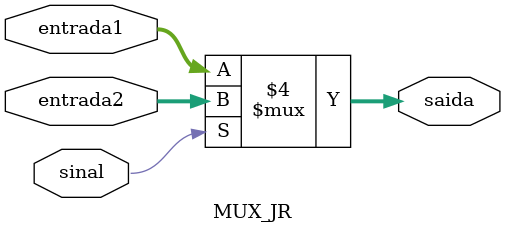
<source format=v>
module MUX_JR(entrada1, entrada2, sinal, saida);

	input [31:0] entrada1, entrada2;
	input sinal;
	output reg [31:0] saida;
	
	always @(*)
		if(sinal == 1'b0)
			saida = entrada1;
		else
			saida = entrada2;			

endmodule 
</source>
